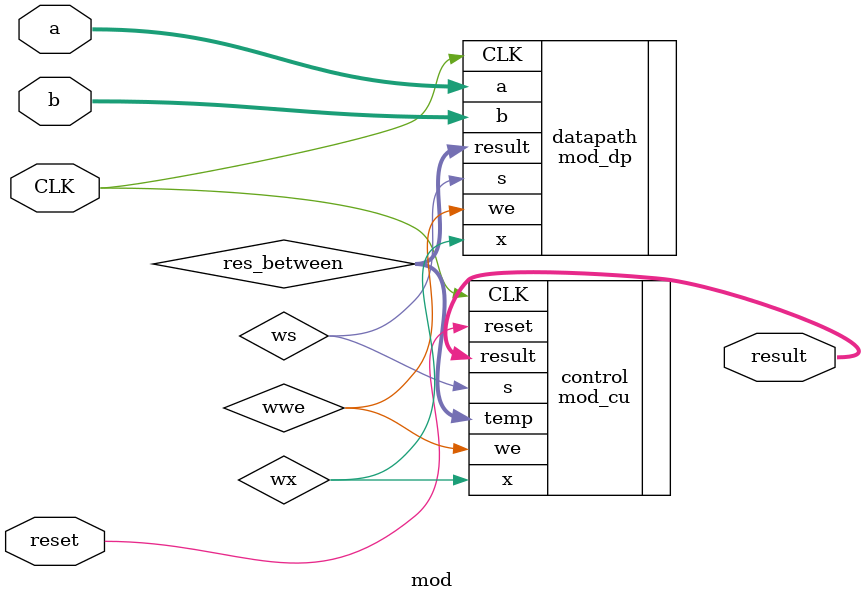
<source format=v>
module mod(
	output [31:0]result,
	input [31:0] a,
	input [31:0] b,
	input reset,
	input CLK
	
);

wire wx, wwe, ws;
wire [31:0]res_between;

mod_cu control(
.reset(reset),
.CLK(CLK),
.x(wx),
.temp(res_between),
.we(wwe),
.s(ws),
.result(result)
);

mod_dp datapath(
.CLK(CLK),
.s(ws),
.we(wwe),
.a(a),
.b(b),
.x(wx),
.result(res_between)
);


endmodule

</source>
